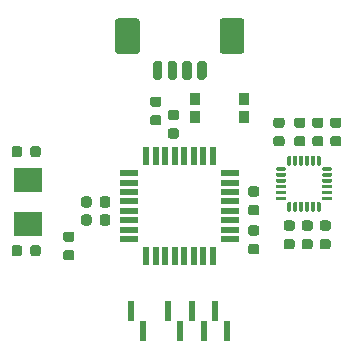
<source format=gbr>
%TF.GenerationSoftware,KiCad,Pcbnew,(5.99.0-2358-g6d8fb94d8)*%
%TF.CreationDate,2020-07-21T23:14:41+08:00*%
%TF.ProjectId,TheFC,54686546-432e-46b6-9963-61645f706362,1.0*%
%TF.SameCoordinates,Original*%
%TF.FileFunction,Paste,Top*%
%TF.FilePolarity,Positive*%
%FSLAX46Y46*%
G04 Gerber Fmt 4.6, Leading zero omitted, Abs format (unit mm)*
G04 Created by KiCad (PCBNEW (5.99.0-2358-g6d8fb94d8)) date 2020-07-21 23:14:41*
%MOMM*%
%LPD*%
G01*
G04 APERTURE LIST*
%ADD10R,0.900000X1.000000*%
%ADD11R,2.400000X2.000000*%
%ADD12R,0.600000X1.750000*%
%ADD13R,1.600000X0.550000*%
%ADD14R,0.550000X1.600000*%
G04 APERTURE END LIST*
D10*
%TO.C,SW1*%
X120669375Y-69182000D03*
X120669375Y-67582000D03*
X116569375Y-69182000D03*
X116569375Y-67582000D03*
%TD*%
D11*
%TO.C,Y1*%
X102363990Y-78166500D03*
X102363990Y-74466500D03*
%TD*%
D12*
%TO.C,J13*%
X115264000Y-87291000D03*
X117264000Y-87291000D03*
X119264000Y-87291000D03*
X114264000Y-85541000D03*
X116264000Y-85541000D03*
X118264000Y-85541000D03*
%TD*%
%TO.C,J3*%
X111106400Y-85541000D03*
X112106400Y-87291000D03*
%TD*%
%TO.C,J12*%
G36*
G01*
X111865000Y-61044001D02*
X111865000Y-63543999D01*
G75*
G02*
X111614999Y-63794000I-250001J0D01*
G01*
X110015001Y-63794000D01*
G75*
G02*
X109765000Y-63543999I0J250001D01*
G01*
X109765000Y-61044001D01*
G75*
G02*
X110015001Y-60794000I250001J0D01*
G01*
X111614999Y-60794000D01*
G75*
G02*
X111865000Y-61044001I0J-250001D01*
G01*
G37*
G36*
G01*
X120715000Y-61044001D02*
X120715000Y-63543999D01*
G75*
G02*
X120464999Y-63794000I-250001J0D01*
G01*
X118865001Y-63794000D01*
G75*
G02*
X118615000Y-63543999I0J250001D01*
G01*
X118615000Y-61044001D01*
G75*
G02*
X118865001Y-60794000I250001J0D01*
G01*
X120464999Y-60794000D01*
G75*
G02*
X120715000Y-61044001I0J-250001D01*
G01*
G37*
G36*
G01*
X113765000Y-64594000D02*
X113765000Y-65794000D01*
G75*
G02*
X113565000Y-65994000I-200000J0D01*
G01*
X113165000Y-65994000D01*
G75*
G02*
X112965000Y-65794000I0J200000D01*
G01*
X112965000Y-64594000D01*
G75*
G02*
X113165000Y-64394000I200000J0D01*
G01*
X113565000Y-64394000D01*
G75*
G02*
X113765000Y-64594000I0J-200000D01*
G01*
G37*
G36*
G01*
X115015000Y-64594000D02*
X115015000Y-65794000D01*
G75*
G02*
X114815000Y-65994000I-200000J0D01*
G01*
X114415000Y-65994000D01*
G75*
G02*
X114215000Y-65794000I0J200000D01*
G01*
X114215000Y-64594000D01*
G75*
G02*
X114415000Y-64394000I200000J0D01*
G01*
X114815000Y-64394000D01*
G75*
G02*
X115015000Y-64594000I0J-200000D01*
G01*
G37*
G36*
G01*
X116265000Y-64594000D02*
X116265000Y-65794000D01*
G75*
G02*
X116065000Y-65994000I-200000J0D01*
G01*
X115665000Y-65994000D01*
G75*
G02*
X115465000Y-65794000I0J200000D01*
G01*
X115465000Y-64594000D01*
G75*
G02*
X115665000Y-64394000I200000J0D01*
G01*
X116065000Y-64394000D01*
G75*
G02*
X116265000Y-64594000I0J-200000D01*
G01*
G37*
G36*
G01*
X117515000Y-64594000D02*
X117515000Y-65794000D01*
G75*
G02*
X117315000Y-65994000I-200000J0D01*
G01*
X116915000Y-65994000D01*
G75*
G02*
X116715000Y-65794000I0J200000D01*
G01*
X116715000Y-64594000D01*
G75*
G02*
X116915000Y-64394000I200000J0D01*
G01*
X117315000Y-64394000D01*
G75*
G02*
X117515000Y-64594000I0J-200000D01*
G01*
G37*
%TD*%
%TO.C,U4*%
G36*
G01*
X128141290Y-75969500D02*
X128141290Y-76119500D01*
G75*
G02*
X128066290Y-76194500I-75000J0D01*
G01*
X127366290Y-76194500D01*
G75*
G02*
X127291290Y-76119500I0J75000D01*
G01*
X127291290Y-75969500D01*
G75*
G02*
X127366290Y-75894500I75000J0D01*
G01*
X128066290Y-75894500D01*
G75*
G02*
X128141290Y-75969500I0J-75000D01*
G01*
G37*
G36*
G01*
X128141290Y-75469500D02*
X128141290Y-75619500D01*
G75*
G02*
X128066290Y-75694500I-75000J0D01*
G01*
X127366290Y-75694500D01*
G75*
G02*
X127291290Y-75619500I0J75000D01*
G01*
X127291290Y-75469500D01*
G75*
G02*
X127366290Y-75394500I75000J0D01*
G01*
X128066290Y-75394500D01*
G75*
G02*
X128141290Y-75469500I0J-75000D01*
G01*
G37*
G36*
G01*
X128141290Y-74969500D02*
X128141290Y-75119500D01*
G75*
G02*
X128066290Y-75194500I-75000J0D01*
G01*
X127366290Y-75194500D01*
G75*
G02*
X127291290Y-75119500I0J75000D01*
G01*
X127291290Y-74969500D01*
G75*
G02*
X127366290Y-74894500I75000J0D01*
G01*
X128066290Y-74894500D01*
G75*
G02*
X128141290Y-74969500I0J-75000D01*
G01*
G37*
G36*
G01*
X128141290Y-74469500D02*
X128141290Y-74619500D01*
G75*
G02*
X128066290Y-74694500I-75000J0D01*
G01*
X127366290Y-74694500D01*
G75*
G02*
X127291290Y-74619500I0J75000D01*
G01*
X127291290Y-74469500D01*
G75*
G02*
X127366290Y-74394500I75000J0D01*
G01*
X128066290Y-74394500D01*
G75*
G02*
X128141290Y-74469500I0J-75000D01*
G01*
G37*
G36*
G01*
X128141290Y-73969500D02*
X128141290Y-74119500D01*
G75*
G02*
X128066290Y-74194500I-75000J0D01*
G01*
X127366290Y-74194500D01*
G75*
G02*
X127291290Y-74119500I0J75000D01*
G01*
X127291290Y-73969500D01*
G75*
G02*
X127366290Y-73894500I75000J0D01*
G01*
X128066290Y-73894500D01*
G75*
G02*
X128141290Y-73969500I0J-75000D01*
G01*
G37*
G36*
G01*
X128141290Y-73469500D02*
X128141290Y-73619500D01*
G75*
G02*
X128066290Y-73694500I-75000J0D01*
G01*
X127366290Y-73694500D01*
G75*
G02*
X127291290Y-73619500I0J75000D01*
G01*
X127291290Y-73469500D01*
G75*
G02*
X127366290Y-73394500I75000J0D01*
G01*
X128066290Y-73394500D01*
G75*
G02*
X128141290Y-73469500I0J-75000D01*
G01*
G37*
G36*
G01*
X126941290Y-72419500D02*
X127091290Y-72419500D01*
G75*
G02*
X127166290Y-72494500I0J-75000D01*
G01*
X127166290Y-73194500D01*
G75*
G02*
X127091290Y-73269500I-75000J0D01*
G01*
X126941290Y-73269500D01*
G75*
G02*
X126866290Y-73194500I0J75000D01*
G01*
X126866290Y-72494500D01*
G75*
G02*
X126941290Y-72419500I75000J0D01*
G01*
G37*
G36*
G01*
X126441290Y-72419500D02*
X126591290Y-72419500D01*
G75*
G02*
X126666290Y-72494500I0J-75000D01*
G01*
X126666290Y-73194500D01*
G75*
G02*
X126591290Y-73269500I-75000J0D01*
G01*
X126441290Y-73269500D01*
G75*
G02*
X126366290Y-73194500I0J75000D01*
G01*
X126366290Y-72494500D01*
G75*
G02*
X126441290Y-72419500I75000J0D01*
G01*
G37*
G36*
G01*
X125941290Y-72419500D02*
X126091290Y-72419500D01*
G75*
G02*
X126166290Y-72494500I0J-75000D01*
G01*
X126166290Y-73194500D01*
G75*
G02*
X126091290Y-73269500I-75000J0D01*
G01*
X125941290Y-73269500D01*
G75*
G02*
X125866290Y-73194500I0J75000D01*
G01*
X125866290Y-72494500D01*
G75*
G02*
X125941290Y-72419500I75000J0D01*
G01*
G37*
G36*
G01*
X125441290Y-72419500D02*
X125591290Y-72419500D01*
G75*
G02*
X125666290Y-72494500I0J-75000D01*
G01*
X125666290Y-73194500D01*
G75*
G02*
X125591290Y-73269500I-75000J0D01*
G01*
X125441290Y-73269500D01*
G75*
G02*
X125366290Y-73194500I0J75000D01*
G01*
X125366290Y-72494500D01*
G75*
G02*
X125441290Y-72419500I75000J0D01*
G01*
G37*
G36*
G01*
X124941290Y-72419500D02*
X125091290Y-72419500D01*
G75*
G02*
X125166290Y-72494500I0J-75000D01*
G01*
X125166290Y-73194500D01*
G75*
G02*
X125091290Y-73269500I-75000J0D01*
G01*
X124941290Y-73269500D01*
G75*
G02*
X124866290Y-73194500I0J75000D01*
G01*
X124866290Y-72494500D01*
G75*
G02*
X124941290Y-72419500I75000J0D01*
G01*
G37*
G36*
G01*
X124441290Y-72419500D02*
X124591290Y-72419500D01*
G75*
G02*
X124666290Y-72494500I0J-75000D01*
G01*
X124666290Y-73194500D01*
G75*
G02*
X124591290Y-73269500I-75000J0D01*
G01*
X124441290Y-73269500D01*
G75*
G02*
X124366290Y-73194500I0J75000D01*
G01*
X124366290Y-72494500D01*
G75*
G02*
X124441290Y-72419500I75000J0D01*
G01*
G37*
G36*
G01*
X124241290Y-73469500D02*
X124241290Y-73619500D01*
G75*
G02*
X124166290Y-73694500I-75000J0D01*
G01*
X123466290Y-73694500D01*
G75*
G02*
X123391290Y-73619500I0J75000D01*
G01*
X123391290Y-73469500D01*
G75*
G02*
X123466290Y-73394500I75000J0D01*
G01*
X124166290Y-73394500D01*
G75*
G02*
X124241290Y-73469500I0J-75000D01*
G01*
G37*
G36*
G01*
X124241290Y-73969500D02*
X124241290Y-74119500D01*
G75*
G02*
X124166290Y-74194500I-75000J0D01*
G01*
X123466290Y-74194500D01*
G75*
G02*
X123391290Y-74119500I0J75000D01*
G01*
X123391290Y-73969500D01*
G75*
G02*
X123466290Y-73894500I75000J0D01*
G01*
X124166290Y-73894500D01*
G75*
G02*
X124241290Y-73969500I0J-75000D01*
G01*
G37*
G36*
G01*
X124241290Y-74469500D02*
X124241290Y-74619500D01*
G75*
G02*
X124166290Y-74694500I-75000J0D01*
G01*
X123466290Y-74694500D01*
G75*
G02*
X123391290Y-74619500I0J75000D01*
G01*
X123391290Y-74469500D01*
G75*
G02*
X123466290Y-74394500I75000J0D01*
G01*
X124166290Y-74394500D01*
G75*
G02*
X124241290Y-74469500I0J-75000D01*
G01*
G37*
G36*
G01*
X124241290Y-74969500D02*
X124241290Y-75119500D01*
G75*
G02*
X124166290Y-75194500I-75000J0D01*
G01*
X123466290Y-75194500D01*
G75*
G02*
X123391290Y-75119500I0J75000D01*
G01*
X123391290Y-74969500D01*
G75*
G02*
X123466290Y-74894500I75000J0D01*
G01*
X124166290Y-74894500D01*
G75*
G02*
X124241290Y-74969500I0J-75000D01*
G01*
G37*
G36*
G01*
X124241290Y-75469500D02*
X124241290Y-75619500D01*
G75*
G02*
X124166290Y-75694500I-75000J0D01*
G01*
X123466290Y-75694500D01*
G75*
G02*
X123391290Y-75619500I0J75000D01*
G01*
X123391290Y-75469500D01*
G75*
G02*
X123466290Y-75394500I75000J0D01*
G01*
X124166290Y-75394500D01*
G75*
G02*
X124241290Y-75469500I0J-75000D01*
G01*
G37*
G36*
G01*
X124241290Y-75969500D02*
X124241290Y-76119500D01*
G75*
G02*
X124166290Y-76194500I-75000J0D01*
G01*
X123466290Y-76194500D01*
G75*
G02*
X123391290Y-76119500I0J75000D01*
G01*
X123391290Y-75969500D01*
G75*
G02*
X123466290Y-75894500I75000J0D01*
G01*
X124166290Y-75894500D01*
G75*
G02*
X124241290Y-75969500I0J-75000D01*
G01*
G37*
G36*
G01*
X124441290Y-76319500D02*
X124591290Y-76319500D01*
G75*
G02*
X124666290Y-76394500I0J-75000D01*
G01*
X124666290Y-77094500D01*
G75*
G02*
X124591290Y-77169500I-75000J0D01*
G01*
X124441290Y-77169500D01*
G75*
G02*
X124366290Y-77094500I0J75000D01*
G01*
X124366290Y-76394500D01*
G75*
G02*
X124441290Y-76319500I75000J0D01*
G01*
G37*
G36*
G01*
X124941290Y-76319500D02*
X125091290Y-76319500D01*
G75*
G02*
X125166290Y-76394500I0J-75000D01*
G01*
X125166290Y-77094500D01*
G75*
G02*
X125091290Y-77169500I-75000J0D01*
G01*
X124941290Y-77169500D01*
G75*
G02*
X124866290Y-77094500I0J75000D01*
G01*
X124866290Y-76394500D01*
G75*
G02*
X124941290Y-76319500I75000J0D01*
G01*
G37*
G36*
G01*
X125441290Y-76319500D02*
X125591290Y-76319500D01*
G75*
G02*
X125666290Y-76394500I0J-75000D01*
G01*
X125666290Y-77094500D01*
G75*
G02*
X125591290Y-77169500I-75000J0D01*
G01*
X125441290Y-77169500D01*
G75*
G02*
X125366290Y-77094500I0J75000D01*
G01*
X125366290Y-76394500D01*
G75*
G02*
X125441290Y-76319500I75000J0D01*
G01*
G37*
G36*
G01*
X125941290Y-76319500D02*
X126091290Y-76319500D01*
G75*
G02*
X126166290Y-76394500I0J-75000D01*
G01*
X126166290Y-77094500D01*
G75*
G02*
X126091290Y-77169500I-75000J0D01*
G01*
X125941290Y-77169500D01*
G75*
G02*
X125866290Y-77094500I0J75000D01*
G01*
X125866290Y-76394500D01*
G75*
G02*
X125941290Y-76319500I75000J0D01*
G01*
G37*
G36*
G01*
X126441290Y-76319500D02*
X126591290Y-76319500D01*
G75*
G02*
X126666290Y-76394500I0J-75000D01*
G01*
X126666290Y-77094500D01*
G75*
G02*
X126591290Y-77169500I-75000J0D01*
G01*
X126441290Y-77169500D01*
G75*
G02*
X126366290Y-77094500I0J75000D01*
G01*
X126366290Y-76394500D01*
G75*
G02*
X126441290Y-76319500I75000J0D01*
G01*
G37*
G36*
G01*
X126941290Y-76319500D02*
X127091290Y-76319500D01*
G75*
G02*
X127166290Y-76394500I0J-75000D01*
G01*
X127166290Y-77094500D01*
G75*
G02*
X127091290Y-77169500I-75000J0D01*
G01*
X126941290Y-77169500D01*
G75*
G02*
X126866290Y-77094500I0J75000D01*
G01*
X126866290Y-76394500D01*
G75*
G02*
X126941290Y-76319500I75000J0D01*
G01*
G37*
%TD*%
D13*
%TO.C,U3*%
X110968375Y-73897500D03*
X110968375Y-74697500D03*
X110968375Y-75497500D03*
X110968375Y-76297500D03*
X110968375Y-77097500D03*
X110968375Y-77897500D03*
X110968375Y-78697500D03*
X110968375Y-79497500D03*
D14*
X112418375Y-80947500D03*
X113218375Y-80947500D03*
X114018375Y-80947500D03*
X114818375Y-80947500D03*
X115618375Y-80947500D03*
X116418375Y-80947500D03*
X117218375Y-80947500D03*
X118018375Y-80947500D03*
D13*
X119468375Y-79497500D03*
X119468375Y-78697500D03*
X119468375Y-77897500D03*
X119468375Y-77097500D03*
X119468375Y-76297500D03*
X119468375Y-75497500D03*
X119468375Y-74697500D03*
X119468375Y-73897500D03*
D14*
X118018375Y-72447500D03*
X117218375Y-72447500D03*
X116418375Y-72447500D03*
X115618375Y-72447500D03*
X114818375Y-72447500D03*
X114018375Y-72447500D03*
X113218375Y-72447500D03*
X112418375Y-72447500D03*
%TD*%
%TO.C,R5*%
G36*
G01*
X112951750Y-67411000D02*
X113464250Y-67411000D01*
G75*
G02*
X113683000Y-67629750I0J-218750D01*
G01*
X113683000Y-68067250D01*
G75*
G02*
X113464250Y-68286000I-218750J0D01*
G01*
X112951750Y-68286000D01*
G75*
G02*
X112733000Y-68067250I0J218750D01*
G01*
X112733000Y-67629750D01*
G75*
G02*
X112951750Y-67411000I218750J0D01*
G01*
G37*
G36*
G01*
X112951750Y-68986000D02*
X113464250Y-68986000D01*
G75*
G02*
X113683000Y-69204750I0J-218750D01*
G01*
X113683000Y-69642250D01*
G75*
G02*
X113464250Y-69861000I-218750J0D01*
G01*
X112951750Y-69861000D01*
G75*
G02*
X112733000Y-69642250I0J218750D01*
G01*
X112733000Y-69204750D01*
G75*
G02*
X112951750Y-68986000I218750J0D01*
G01*
G37*
%TD*%
%TO.C,R4*%
G36*
G01*
X126290540Y-80351500D02*
X125778040Y-80351500D01*
G75*
G02*
X125559290Y-80132750I0J218750D01*
G01*
X125559290Y-79695250D01*
G75*
G02*
X125778040Y-79476500I218750J0D01*
G01*
X126290540Y-79476500D01*
G75*
G02*
X126509290Y-79695250I0J-218750D01*
G01*
X126509290Y-80132750D01*
G75*
G02*
X126290540Y-80351500I-218750J0D01*
G01*
G37*
G36*
G01*
X126290540Y-78776500D02*
X125778040Y-78776500D01*
G75*
G02*
X125559290Y-78557750I0J218750D01*
G01*
X125559290Y-78120250D01*
G75*
G02*
X125778040Y-77901500I218750J0D01*
G01*
X126290540Y-77901500D01*
G75*
G02*
X126509290Y-78120250I0J-218750D01*
G01*
X126509290Y-78557750D01*
G75*
G02*
X126290540Y-78776500I-218750J0D01*
G01*
G37*
%TD*%
%TO.C,R3*%
G36*
G01*
X105585750Y-78841000D02*
X106098250Y-78841000D01*
G75*
G02*
X106317000Y-79059750I0J-218750D01*
G01*
X106317000Y-79497250D01*
G75*
G02*
X106098250Y-79716000I-218750J0D01*
G01*
X105585750Y-79716000D01*
G75*
G02*
X105367000Y-79497250I0J218750D01*
G01*
X105367000Y-79059750D01*
G75*
G02*
X105585750Y-78841000I218750J0D01*
G01*
G37*
G36*
G01*
X105585750Y-80416000D02*
X106098250Y-80416000D01*
G75*
G02*
X106317000Y-80634750I0J-218750D01*
G01*
X106317000Y-81072250D01*
G75*
G02*
X106098250Y-81291000I-218750J0D01*
G01*
X105585750Y-81291000D01*
G75*
G02*
X105367000Y-81072250I0J218750D01*
G01*
X105367000Y-80634750D01*
G75*
G02*
X105585750Y-80416000I218750J0D01*
G01*
G37*
%TD*%
%TO.C,R2*%
G36*
G01*
X127194250Y-71639000D02*
X126681750Y-71639000D01*
G75*
G02*
X126463000Y-71420250I0J218750D01*
G01*
X126463000Y-70982750D01*
G75*
G02*
X126681750Y-70764000I218750J0D01*
G01*
X127194250Y-70764000D01*
G75*
G02*
X127413000Y-70982750I0J-218750D01*
G01*
X127413000Y-71420250D01*
G75*
G02*
X127194250Y-71639000I-218750J0D01*
G01*
G37*
G36*
G01*
X127194250Y-70064000D02*
X126681750Y-70064000D01*
G75*
G02*
X126463000Y-69845250I0J218750D01*
G01*
X126463000Y-69407750D01*
G75*
G02*
X126681750Y-69189000I218750J0D01*
G01*
X127194250Y-69189000D01*
G75*
G02*
X127413000Y-69407750I0J-218750D01*
G01*
X127413000Y-69845250D01*
G75*
G02*
X127194250Y-70064000I-218750J0D01*
G01*
G37*
%TD*%
%TO.C,R1*%
G36*
G01*
X127814540Y-80351500D02*
X127302040Y-80351500D01*
G75*
G02*
X127083290Y-80132750I0J218750D01*
G01*
X127083290Y-79695250D01*
G75*
G02*
X127302040Y-79476500I218750J0D01*
G01*
X127814540Y-79476500D01*
G75*
G02*
X128033290Y-79695250I0J-218750D01*
G01*
X128033290Y-80132750D01*
G75*
G02*
X127814540Y-80351500I-218750J0D01*
G01*
G37*
G36*
G01*
X127814540Y-78776500D02*
X127302040Y-78776500D01*
G75*
G02*
X127083290Y-78557750I0J218750D01*
G01*
X127083290Y-78120250D01*
G75*
G02*
X127302040Y-77901500I218750J0D01*
G01*
X127814540Y-77901500D01*
G75*
G02*
X128033290Y-78120250I0J-218750D01*
G01*
X128033290Y-78557750D01*
G75*
G02*
X127814540Y-78776500I-218750J0D01*
G01*
G37*
%TD*%
%TO.C,C15*%
G36*
G01*
X124254040Y-77901500D02*
X124766540Y-77901500D01*
G75*
G02*
X124985290Y-78120250I0J-218750D01*
G01*
X124985290Y-78557750D01*
G75*
G02*
X124766540Y-78776500I-218750J0D01*
G01*
X124254040Y-78776500D01*
G75*
G02*
X124035290Y-78557750I0J218750D01*
G01*
X124035290Y-78120250D01*
G75*
G02*
X124254040Y-77901500I218750J0D01*
G01*
G37*
G36*
G01*
X124254040Y-79476500D02*
X124766540Y-79476500D01*
G75*
G02*
X124985290Y-79695250I0J-218750D01*
G01*
X124985290Y-80132750D01*
G75*
G02*
X124766540Y-80351500I-218750J0D01*
G01*
X124254040Y-80351500D01*
G75*
G02*
X124035290Y-80132750I0J218750D01*
G01*
X124035290Y-79695250D01*
G75*
G02*
X124254040Y-79476500I218750J0D01*
G01*
G37*
%TD*%
%TO.C,C14*%
G36*
G01*
X125656250Y-71639000D02*
X125143750Y-71639000D01*
G75*
G02*
X124925000Y-71420250I0J218750D01*
G01*
X124925000Y-70982750D01*
G75*
G02*
X125143750Y-70764000I218750J0D01*
G01*
X125656250Y-70764000D01*
G75*
G02*
X125875000Y-70982750I0J-218750D01*
G01*
X125875000Y-71420250D01*
G75*
G02*
X125656250Y-71639000I-218750J0D01*
G01*
G37*
G36*
G01*
X125656250Y-70064000D02*
X125143750Y-70064000D01*
G75*
G02*
X124925000Y-69845250I0J218750D01*
G01*
X124925000Y-69407750D01*
G75*
G02*
X125143750Y-69189000I218750J0D01*
G01*
X125656250Y-69189000D01*
G75*
G02*
X125875000Y-69407750I0J-218750D01*
G01*
X125875000Y-69845250D01*
G75*
G02*
X125656250Y-70064000I-218750J0D01*
G01*
G37*
%TD*%
%TO.C,C13*%
G36*
G01*
X121764875Y-77468250D02*
X121252375Y-77468250D01*
G75*
G02*
X121033625Y-77249500I0J218750D01*
G01*
X121033625Y-76812000D01*
G75*
G02*
X121252375Y-76593250I218750J0D01*
G01*
X121764875Y-76593250D01*
G75*
G02*
X121983625Y-76812000I0J-218750D01*
G01*
X121983625Y-77249500D01*
G75*
G02*
X121764875Y-77468250I-218750J0D01*
G01*
G37*
G36*
G01*
X121764875Y-75893250D02*
X121252375Y-75893250D01*
G75*
G02*
X121033625Y-75674500I0J218750D01*
G01*
X121033625Y-75237000D01*
G75*
G02*
X121252375Y-75018250I218750J0D01*
G01*
X121764875Y-75018250D01*
G75*
G02*
X121983625Y-75237000I0J-218750D01*
G01*
X121983625Y-75674500D01*
G75*
G02*
X121764875Y-75893250I-218750J0D01*
G01*
G37*
%TD*%
%TO.C,C12*%
G36*
G01*
X114455125Y-68524750D02*
X114967625Y-68524750D01*
G75*
G02*
X115186375Y-68743500I0J-218750D01*
G01*
X115186375Y-69181000D01*
G75*
G02*
X114967625Y-69399750I-218750J0D01*
G01*
X114455125Y-69399750D01*
G75*
G02*
X114236375Y-69181000I0J218750D01*
G01*
X114236375Y-68743500D01*
G75*
G02*
X114455125Y-68524750I218750J0D01*
G01*
G37*
G36*
G01*
X114455125Y-70099750D02*
X114967625Y-70099750D01*
G75*
G02*
X115186375Y-70318500I0J-218750D01*
G01*
X115186375Y-70756000D01*
G75*
G02*
X114967625Y-70974750I-218750J0D01*
G01*
X114455125Y-70974750D01*
G75*
G02*
X114236375Y-70756000I0J218750D01*
G01*
X114236375Y-70318500D01*
G75*
G02*
X114455125Y-70099750I218750J0D01*
G01*
G37*
%TD*%
%TO.C,C11*%
G36*
G01*
X128718250Y-71639000D02*
X128205750Y-71639000D01*
G75*
G02*
X127987000Y-71420250I0J218750D01*
G01*
X127987000Y-70982750D01*
G75*
G02*
X128205750Y-70764000I218750J0D01*
G01*
X128718250Y-70764000D01*
G75*
G02*
X128937000Y-70982750I0J-218750D01*
G01*
X128937000Y-71420250D01*
G75*
G02*
X128718250Y-71639000I-218750J0D01*
G01*
G37*
G36*
G01*
X128718250Y-70064000D02*
X128205750Y-70064000D01*
G75*
G02*
X127987000Y-69845250I0J218750D01*
G01*
X127987000Y-69407750D01*
G75*
G02*
X128205750Y-69189000I218750J0D01*
G01*
X128718250Y-69189000D01*
G75*
G02*
X128937000Y-69407750I0J-218750D01*
G01*
X128937000Y-69845250D01*
G75*
G02*
X128718250Y-70064000I-218750J0D01*
G01*
G37*
%TD*%
%TO.C,C8*%
G36*
G01*
X121252375Y-78320250D02*
X121764875Y-78320250D01*
G75*
G02*
X121983625Y-78539000I0J-218750D01*
G01*
X121983625Y-78976500D01*
G75*
G02*
X121764875Y-79195250I-218750J0D01*
G01*
X121252375Y-79195250D01*
G75*
G02*
X121033625Y-78976500I0J218750D01*
G01*
X121033625Y-78539000D01*
G75*
G02*
X121252375Y-78320250I218750J0D01*
G01*
G37*
G36*
G01*
X121252375Y-79895250D02*
X121764875Y-79895250D01*
G75*
G02*
X121983625Y-80114000I0J-218750D01*
G01*
X121983625Y-80551500D01*
G75*
G02*
X121764875Y-80770250I-218750J0D01*
G01*
X121252375Y-80770250D01*
G75*
G02*
X121033625Y-80551500I0J218750D01*
G01*
X121033625Y-80114000D01*
G75*
G02*
X121252375Y-79895250I218750J0D01*
G01*
G37*
%TD*%
%TO.C,C5*%
G36*
G01*
X109353000Y-77609750D02*
X109353000Y-78122250D01*
G75*
G02*
X109134250Y-78341000I-218750J0D01*
G01*
X108696750Y-78341000D01*
G75*
G02*
X108478000Y-78122250I0J218750D01*
G01*
X108478000Y-77609750D01*
G75*
G02*
X108696750Y-77391000I218750J0D01*
G01*
X109134250Y-77391000D01*
G75*
G02*
X109353000Y-77609750I0J-218750D01*
G01*
G37*
G36*
G01*
X107778000Y-77609750D02*
X107778000Y-78122250D01*
G75*
G02*
X107559250Y-78341000I-218750J0D01*
G01*
X107121750Y-78341000D01*
G75*
G02*
X106903000Y-78122250I0J218750D01*
G01*
X106903000Y-77609750D01*
G75*
G02*
X107121750Y-77391000I218750J0D01*
G01*
X107559250Y-77391000D01*
G75*
G02*
X107778000Y-77609750I0J-218750D01*
G01*
G37*
%TD*%
%TO.C,C4*%
G36*
G01*
X123897961Y-71639000D02*
X123385461Y-71639000D01*
G75*
G02*
X123166711Y-71420250I0J218750D01*
G01*
X123166711Y-70982750D01*
G75*
G02*
X123385461Y-70764000I218750J0D01*
G01*
X123897961Y-70764000D01*
G75*
G02*
X124116711Y-70982750I0J-218750D01*
G01*
X124116711Y-71420250D01*
G75*
G02*
X123897961Y-71639000I-218750J0D01*
G01*
G37*
G36*
G01*
X123897961Y-70064000D02*
X123385461Y-70064000D01*
G75*
G02*
X123166711Y-69845250I0J218750D01*
G01*
X123166711Y-69407750D01*
G75*
G02*
X123385461Y-69189000I218750J0D01*
G01*
X123897961Y-69189000D01*
G75*
G02*
X124116711Y-69407750I0J-218750D01*
G01*
X124116711Y-69845250D01*
G75*
G02*
X123897961Y-70064000I-218750J0D01*
G01*
G37*
%TD*%
%TO.C,C3*%
G36*
G01*
X103463490Y-80205500D02*
X103463490Y-80718000D01*
G75*
G02*
X103244740Y-80936750I-218750J0D01*
G01*
X102807240Y-80936750D01*
G75*
G02*
X102588490Y-80718000I0J218750D01*
G01*
X102588490Y-80205500D01*
G75*
G02*
X102807240Y-79986750I218750J0D01*
G01*
X103244740Y-79986750D01*
G75*
G02*
X103463490Y-80205500I0J-218750D01*
G01*
G37*
G36*
G01*
X101888490Y-80205500D02*
X101888490Y-80718000D01*
G75*
G02*
X101669740Y-80936750I-218750J0D01*
G01*
X101232240Y-80936750D01*
G75*
G02*
X101013490Y-80718000I0J218750D01*
G01*
X101013490Y-80205500D01*
G75*
G02*
X101232240Y-79986750I218750J0D01*
G01*
X101669740Y-79986750D01*
G75*
G02*
X101888490Y-80205500I0J-218750D01*
G01*
G37*
%TD*%
%TO.C,C2*%
G36*
G01*
X109353000Y-76085750D02*
X109353000Y-76598250D01*
G75*
G02*
X109134250Y-76817000I-218750J0D01*
G01*
X108696750Y-76817000D01*
G75*
G02*
X108478000Y-76598250I0J218750D01*
G01*
X108478000Y-76085750D01*
G75*
G02*
X108696750Y-75867000I218750J0D01*
G01*
X109134250Y-75867000D01*
G75*
G02*
X109353000Y-76085750I0J-218750D01*
G01*
G37*
G36*
G01*
X107778000Y-76085750D02*
X107778000Y-76598250D01*
G75*
G02*
X107559250Y-76817000I-218750J0D01*
G01*
X107121750Y-76817000D01*
G75*
G02*
X106903000Y-76598250I0J218750D01*
G01*
X106903000Y-76085750D01*
G75*
G02*
X107121750Y-75867000I218750J0D01*
G01*
X107559250Y-75867000D01*
G75*
G02*
X107778000Y-76085750I0J-218750D01*
G01*
G37*
%TD*%
%TO.C,C1*%
G36*
G01*
X103463490Y-71823500D02*
X103463490Y-72336000D01*
G75*
G02*
X103244740Y-72554750I-218750J0D01*
G01*
X102807240Y-72554750D01*
G75*
G02*
X102588490Y-72336000I0J218750D01*
G01*
X102588490Y-71823500D01*
G75*
G02*
X102807240Y-71604750I218750J0D01*
G01*
X103244740Y-71604750D01*
G75*
G02*
X103463490Y-71823500I0J-218750D01*
G01*
G37*
G36*
G01*
X101888490Y-71823500D02*
X101888490Y-72336000D01*
G75*
G02*
X101669740Y-72554750I-218750J0D01*
G01*
X101232240Y-72554750D01*
G75*
G02*
X101013490Y-72336000I0J218750D01*
G01*
X101013490Y-71823500D01*
G75*
G02*
X101232240Y-71604750I218750J0D01*
G01*
X101669740Y-71604750D01*
G75*
G02*
X101888490Y-71823500I0J-218750D01*
G01*
G37*
%TD*%
M02*

</source>
